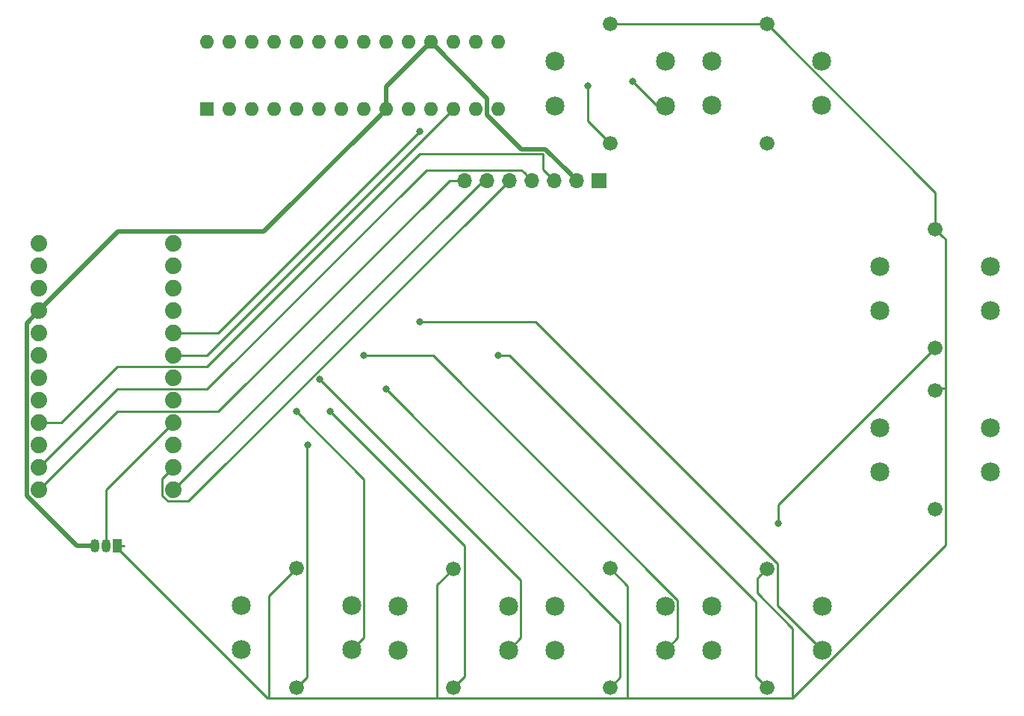
<source format=gbr>
G04 #@! TF.GenerationSoftware,KiCad,Pcbnew,(5.1.4-0)*
G04 #@! TF.CreationDate,2020-05-08T12:10:25+02:00*
G04 #@! TF.ProjectId,RPi_Teleco_PCB,5250695f-5465-46c6-9563-6f5f5043422e,rev?*
G04 #@! TF.SameCoordinates,Original*
G04 #@! TF.FileFunction,Copper,L1,Top*
G04 #@! TF.FilePolarity,Positive*
%FSLAX46Y46*%
G04 Gerber Fmt 4.6, Leading zero omitted, Abs format (unit mm)*
G04 Created by KiCad (PCBNEW (5.1.4-0)) date 2020-05-08 12:10:25*
%MOMM*%
%LPD*%
G04 APERTURE LIST*
%ADD10C,2.159000*%
%ADD11C,1.676400*%
%ADD12C,1.879600*%
%ADD13R,1.700000X1.700000*%
%ADD14O,1.700000X1.700000*%
%ADD15O,1.050000X1.500000*%
%ADD16R,1.050000X1.500000*%
%ADD17R,1.600000X1.600000*%
%ADD18O,1.600000X1.600000*%
%ADD19C,0.800000*%
%ADD20C,0.250000*%
%ADD21C,0.500000*%
G04 APERTURE END LIST*
D10*
X182969500Y-51737620D03*
X195466300Y-51737620D03*
X182969500Y-56736340D03*
X195466300Y-56736340D03*
D11*
X189217900Y-47488200D03*
X189217900Y-60985760D03*
D10*
X182956200Y-113464340D03*
X195453000Y-113464340D03*
X182956200Y-118463060D03*
X195453000Y-118463060D03*
D11*
X189204600Y-109214920D03*
X189204600Y-122712480D03*
D12*
X139700000Y-72390000D03*
X139700000Y-74930000D03*
X139700000Y-77470000D03*
X139700000Y-80010000D03*
X139700000Y-82550000D03*
X139700000Y-85090000D03*
X139700000Y-87630000D03*
X139700000Y-90170000D03*
X139700000Y-92710000D03*
X139700000Y-95250000D03*
X139700000Y-97790000D03*
X139700000Y-100330000D03*
X124460000Y-100330000D03*
X124460000Y-97790000D03*
X124460000Y-95250000D03*
X124460000Y-92710000D03*
X124460000Y-90170000D03*
X124460000Y-87630000D03*
X124460000Y-85090000D03*
X124460000Y-82550000D03*
X124460000Y-80010000D03*
X124460000Y-77470000D03*
X124460000Y-74930000D03*
X124460000Y-72390000D03*
D13*
X187960000Y-65200000D03*
D14*
X185420000Y-65200000D03*
X182880000Y-65200000D03*
X180340000Y-65200000D03*
X177800000Y-65200000D03*
X175260000Y-65200000D03*
X172720000Y-65200000D03*
D15*
X132080000Y-106680000D03*
X130810000Y-106680000D03*
D16*
X133350000Y-106680000D03*
D10*
X147421600Y-113451640D03*
X159918400Y-113451640D03*
X147421600Y-118450360D03*
X159918400Y-118450360D03*
D11*
X153670000Y-109202220D03*
X153670000Y-122699780D03*
X171450000Y-122725180D03*
X171450000Y-109227620D03*
D10*
X177698400Y-118475760D03*
X165201600Y-118475760D03*
X177698400Y-113477040D03*
X165201600Y-113477040D03*
D11*
X207010000Y-122725180D03*
X207010000Y-109227620D03*
D10*
X213258400Y-118475760D03*
X200761600Y-118475760D03*
X213258400Y-113477040D03*
X200761600Y-113477040D03*
D11*
X206975000Y-60977780D03*
X206975000Y-47480220D03*
D10*
X213223400Y-56728360D03*
X200726600Y-56728360D03*
X213223400Y-51729640D03*
X200726600Y-51729640D03*
X219811600Y-74970640D03*
X232308400Y-74970640D03*
X219811600Y-79969360D03*
X232308400Y-79969360D03*
D11*
X226060000Y-70721220D03*
X226060000Y-84218780D03*
X226060000Y-102506780D03*
X226060000Y-89009220D03*
D10*
X232308400Y-98257360D03*
X219811600Y-98257360D03*
X232308400Y-93258640D03*
X219811600Y-93258640D03*
D17*
X143510000Y-57150000D03*
D18*
X176530000Y-49530000D03*
X146050000Y-57150000D03*
X173990000Y-49530000D03*
X148590000Y-57150000D03*
X171450000Y-49530000D03*
X151130000Y-57150000D03*
X168910000Y-49530000D03*
X153670000Y-57150000D03*
X166370000Y-49530000D03*
X156210000Y-57150000D03*
X163830000Y-49530000D03*
X158750000Y-57150000D03*
X161290000Y-49530000D03*
X161290000Y-57150000D03*
X158750000Y-49530000D03*
X163830000Y-57150000D03*
X156210000Y-49530000D03*
X166370000Y-57150000D03*
X153670000Y-49530000D03*
X168910000Y-57150000D03*
X151130000Y-49530000D03*
X171450000Y-57150000D03*
X148590000Y-49530000D03*
X173990000Y-57150000D03*
X146050000Y-49530000D03*
X176530000Y-57150000D03*
X143510000Y-49530000D03*
D19*
X167640000Y-59690000D03*
X153670000Y-91440000D03*
X154940000Y-95250000D03*
X157480000Y-91440000D03*
X156302653Y-87722653D03*
X161290000Y-85090000D03*
X163830000Y-88900000D03*
X176530000Y-85090000D03*
X167640000Y-81280000D03*
X191770000Y-53975000D03*
X186690000Y-54520000D03*
X208280000Y-104140000D03*
D20*
X139700000Y-82550000D02*
X144780000Y-82550000D01*
X144780000Y-82550000D02*
X167640000Y-59690000D01*
X143510000Y-85090000D02*
X171450000Y-57150000D01*
X139700000Y-85090000D02*
X143510000Y-85090000D01*
X132080000Y-100330000D02*
X132080000Y-106680000D01*
X139700000Y-92710000D02*
X132080000Y-100330000D01*
X141405199Y-101594801D02*
X176950001Y-66049999D01*
X139092895Y-101594801D02*
X141405199Y-101594801D01*
X176950001Y-66049999D02*
X177800000Y-65200000D01*
X138435199Y-100937105D02*
X139092895Y-101594801D01*
X138435199Y-99054801D02*
X138435199Y-100937105D01*
X139700000Y-97790000D02*
X138435199Y-99054801D01*
X174830000Y-65200000D02*
X175260000Y-65200000D01*
X139700000Y-100330000D02*
X174830000Y-65200000D01*
X133344801Y-91445199D02*
X144774801Y-91445199D01*
X124460000Y-100330000D02*
X133344801Y-91445199D01*
X171020000Y-65200000D02*
X172720000Y-65200000D01*
X144774801Y-91445199D02*
X171020000Y-65200000D01*
X133350000Y-88900000D02*
X143510000Y-88900000D01*
X124460000Y-97790000D02*
X133350000Y-88900000D01*
X179164999Y-64024999D02*
X179490001Y-64350001D01*
X168385001Y-64024999D02*
X179164999Y-64024999D01*
X179490001Y-64350001D02*
X180340000Y-65200000D01*
X143510000Y-88900000D02*
X168385001Y-64024999D01*
X181610000Y-63930000D02*
X182880000Y-65200000D01*
X167640000Y-62230000D02*
X181610000Y-62230000D01*
X124460000Y-92710000D02*
X127000000Y-92710000D01*
X133350000Y-86360000D02*
X143510000Y-86360000D01*
X143510000Y-86360000D02*
X167640000Y-62230000D01*
X181610000Y-62230000D02*
X181610000Y-63930000D01*
X127000000Y-92710000D02*
X133350000Y-86360000D01*
X130035000Y-106680000D02*
X130810000Y-106680000D01*
D21*
X123070199Y-100997105D02*
X128753094Y-106680000D01*
X123070199Y-81399801D02*
X123070199Y-100997105D01*
X129785000Y-106680000D02*
X130810000Y-106680000D01*
X128753094Y-106680000D02*
X129785000Y-106680000D01*
X124460000Y-80010000D02*
X123070199Y-81399801D01*
X163030001Y-57949999D02*
X163830000Y-57150000D01*
X149979801Y-71000199D02*
X163030001Y-57949999D01*
X133469801Y-71000199D02*
X149979801Y-71000199D01*
X124460000Y-80010000D02*
X133469801Y-71000199D01*
X163830000Y-54610000D02*
X168910000Y-49530000D01*
X163830000Y-57150000D02*
X163830000Y-54610000D01*
X181874990Y-61654990D02*
X184570001Y-64350001D01*
X184570001Y-64350001D02*
X185420000Y-65200000D01*
X179184988Y-61654990D02*
X181874990Y-61654990D01*
X175279999Y-57750001D02*
X179184988Y-61654990D01*
X175279999Y-55899999D02*
X175279999Y-57750001D01*
X168910000Y-49530000D02*
X175279999Y-55899999D01*
D20*
X133350000Y-106680000D02*
X134125000Y-106680000D01*
X171424600Y-109202220D02*
X171450000Y-109227620D01*
X189191900Y-109227620D02*
X189204600Y-109214920D01*
X206997300Y-109214920D02*
X207010000Y-109227620D01*
X226898199Y-71559419D02*
X226060000Y-70721220D01*
X209924441Y-123888381D02*
X227223201Y-106589621D01*
X227223201Y-71884421D02*
X226898199Y-71559419D01*
X133350000Y-106905000D02*
X150333381Y-123888381D01*
X133350000Y-106680000D02*
X133350000Y-106905000D01*
X150558381Y-112313839D02*
X153670000Y-109202220D01*
X150558381Y-123888381D02*
X150558381Y-112313839D01*
X150333381Y-123888381D02*
X150558381Y-123888381D01*
X169608381Y-111069239D02*
X171450000Y-109227620D01*
X150558381Y-123888381D02*
X169608381Y-123888381D01*
X169608381Y-123888381D02*
X169608381Y-111069239D01*
X191198381Y-111208701D02*
X189204600Y-109214920D01*
X191198381Y-123888381D02*
X191198381Y-111208701D01*
X169608381Y-123888381D02*
X191198381Y-123888381D01*
X191198381Y-123888381D02*
X209924441Y-123888381D01*
X205886169Y-112017500D02*
X205886169Y-110351451D01*
X209924441Y-116055772D02*
X205886169Y-112017500D01*
X206171801Y-110065819D02*
X207010000Y-109227620D01*
X205886169Y-110351451D02*
X206171801Y-110065819D01*
X209924441Y-123888381D02*
X209924441Y-116055772D01*
X226276019Y-88793201D02*
X226060000Y-89009220D01*
X227223201Y-88793201D02*
X226276019Y-88793201D01*
X227223201Y-106589621D02*
X227223201Y-88793201D01*
X227223201Y-88793201D02*
X227223201Y-71884421D01*
X206967020Y-47488200D02*
X206975000Y-47480220D01*
X189217900Y-47488200D02*
X206967020Y-47488200D01*
X226060000Y-66565220D02*
X206975000Y-47480220D01*
X226060000Y-70721220D02*
X226060000Y-66565220D01*
X161322901Y-117045859D02*
X161322901Y-99092901D01*
X159918400Y-118450360D02*
X161322901Y-117045859D01*
X161322901Y-99092901D02*
X153670000Y-91440000D01*
X154833201Y-121536579D02*
X154833201Y-95356799D01*
X153670000Y-122699780D02*
X154833201Y-121536579D01*
X154833201Y-95356799D02*
X154940000Y-95250000D01*
X172720000Y-121455180D02*
X172720000Y-106680000D01*
X171450000Y-122725180D02*
X172720000Y-121455180D01*
X172720000Y-106680000D02*
X157480000Y-91440000D01*
X179102901Y-117071259D02*
X179102901Y-110522901D01*
X177698400Y-118475760D02*
X179102901Y-117071259D01*
X179102901Y-110522901D02*
X156302653Y-87722653D01*
X196857501Y-112790179D02*
X169157322Y-85090000D01*
X196857501Y-117058559D02*
X196857501Y-112790179D01*
X195453000Y-118463060D02*
X196857501Y-117058559D01*
X169157322Y-85090000D02*
X161290000Y-85090000D01*
X190367801Y-121549279D02*
X190367801Y-115437801D01*
X189204600Y-122712480D02*
X190367801Y-121549279D01*
X190367801Y-115437801D02*
X163830000Y-88900000D01*
X205740000Y-121455180D02*
X205740000Y-113030000D01*
X207010000Y-122725180D02*
X205740000Y-121455180D01*
X177800000Y-85090000D02*
X176530000Y-85090000D01*
X205740000Y-113030000D02*
X177800000Y-85090000D01*
X208173201Y-108669283D02*
X180783918Y-81280000D01*
X208173201Y-113390561D02*
X208173201Y-108669283D01*
X213258400Y-118475760D02*
X208173201Y-113390561D01*
X180783918Y-81280000D02*
X167640000Y-81280000D01*
X195166340Y-56736340D02*
X195466300Y-56736340D01*
X194531340Y-56736340D02*
X195466300Y-56736340D01*
X191770000Y-53975000D02*
X194531340Y-56736340D01*
X186690000Y-58457860D02*
X189217900Y-60985760D01*
X186690000Y-54520000D02*
X186690000Y-58457860D01*
X208280000Y-101998780D02*
X208280000Y-104140000D01*
X226060000Y-84218780D02*
X208280000Y-101998780D01*
M02*

</source>
